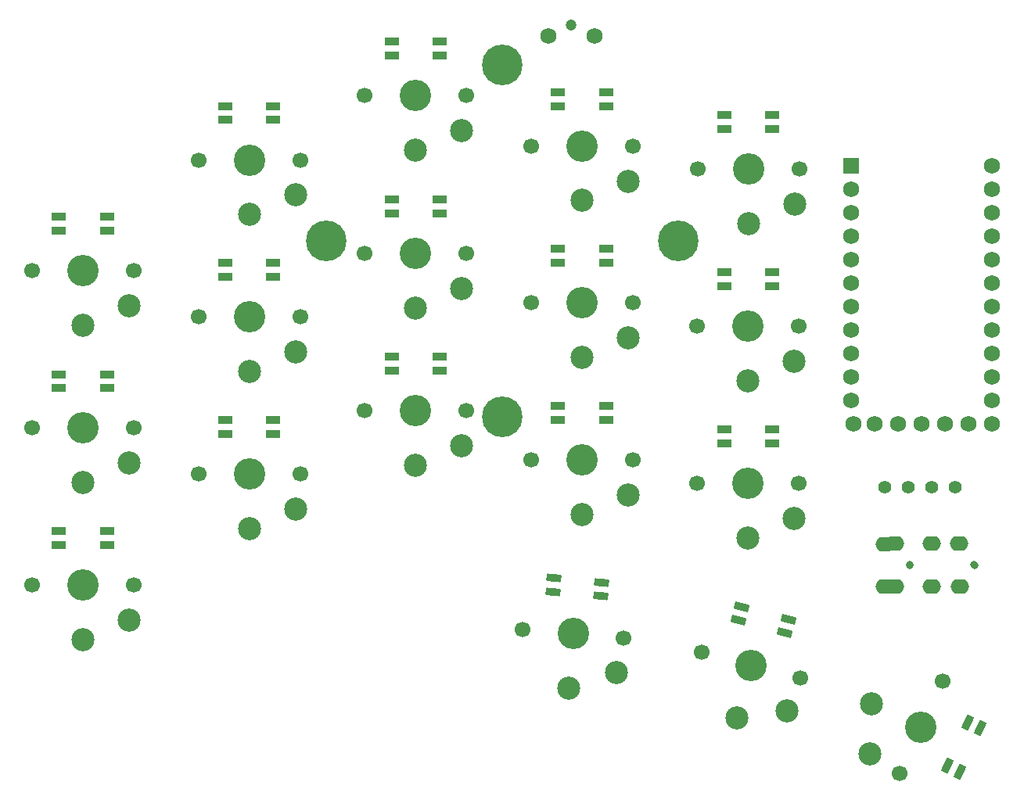
<source format=gbr>
%TF.GenerationSoftware,KiCad,Pcbnew,(6.0.0)*%
%TF.CreationDate,2022-06-16T08:24:19-07:00*%
%TF.ProjectId,half-swept,68616c66-2d73-4776-9570-742e6b696361,rev?*%
%TF.SameCoordinates,Original*%
%TF.FileFunction,Soldermask,Top*%
%TF.FilePolarity,Negative*%
%FSLAX46Y46*%
G04 Gerber Fmt 4.6, Leading zero omitted, Abs format (unit mm)*
G04 Created by KiCad (PCBNEW (6.0.0)) date 2022-06-16 08:24:19*
%MOMM*%
%LPD*%
G01*
G04 APERTURE LIST*
G04 Aperture macros list*
%AMRoundRect*
0 Rectangle with rounded corners*
0 $1 Rounding radius*
0 $2 $3 $4 $5 $6 $7 $8 $9 X,Y pos of 4 corners*
0 Add a 4 corners polygon primitive as box body*
4,1,4,$2,$3,$4,$5,$6,$7,$8,$9,$2,$3,0*
0 Add four circle primitives for the rounded corners*
1,1,$1+$1,$2,$3*
1,1,$1+$1,$4,$5*
1,1,$1+$1,$6,$7*
1,1,$1+$1,$8,$9*
0 Add four rect primitives between the rounded corners*
20,1,$1+$1,$2,$3,$4,$5,0*
20,1,$1+$1,$4,$5,$6,$7,0*
20,1,$1+$1,$6,$7,$8,$9,0*
20,1,$1+$1,$8,$9,$2,$3,0*%
G04 Aperture macros list end*
%ADD10O,2.000000X1.600000*%
%ADD11C,0.800000*%
%ADD12C,1.750000*%
%ADD13C,1.200000*%
%ADD14C,2.500000*%
%ADD15C,1.700000*%
%ADD16C,3.400000*%
%ADD17C,4.400000*%
%ADD18C,1.752600*%
%ADD19R,1.752600X1.752600*%
%ADD20RoundRect,0.082000X-0.718000X0.328000X-0.718000X-0.328000X0.718000X-0.328000X0.718000X0.328000X0*%
%ADD21RoundRect,0.082000X-0.686681X0.389330X-0.743855X-0.264174X0.686681X-0.389330X0.743855X0.264174X0*%
%ADD22C,1.397000*%
%ADD23RoundRect,0.082000X-0.608642X0.502656X-0.778427X-0.130992X0.608642X-0.502656X0.778427X0.130992X0*%
%ADD24RoundRect,0.082000X0.600709X0.512110X0.006171X0.789348X-0.600709X-0.512110X-0.006171X-0.789348X0*%
G04 APERTURE END LIST*
D10*
%TO.C,J2*%
X117231735Y-75283182D03*
X114231735Y-75283182D03*
X110231735Y-75283182D03*
X109131735Y-70683182D03*
D11*
X118831735Y-72983182D03*
X111831735Y-72983182D03*
%TD*%
D12*
%TO.C,RSW1*%
X77688733Y-15675683D03*
X72688733Y-15675683D03*
D13*
X75188733Y-14465683D03*
%TD*%
D14*
%TO.C,SW2*%
X27363734Y-44913183D03*
X22363734Y-47013183D03*
D15*
X27863734Y-41113183D03*
D16*
X22363734Y-41113183D03*
D15*
X16863734Y-41113183D03*
%TD*%
D14*
%TO.C,SW3*%
X45363734Y-32913183D03*
X40363734Y-35013183D03*
D15*
X34863734Y-29113183D03*
X45863734Y-29113183D03*
D16*
X40363734Y-29113183D03*
%TD*%
D14*
%TO.C,SW4*%
X63363733Y-25913183D03*
X58363733Y-28013183D03*
D16*
X58363733Y-22113183D03*
D15*
X52863733Y-22113183D03*
X63863733Y-22113183D03*
%TD*%
D14*
%TO.C,SW5*%
X81363734Y-31413183D03*
X76363734Y-33513183D03*
D16*
X76363734Y-27613183D03*
D15*
X81863734Y-27613183D03*
X70863734Y-27613183D03*
%TD*%
D14*
%TO.C,SW6*%
X99363733Y-33913183D03*
X94363733Y-36013183D03*
D15*
X88863733Y-30113183D03*
X99863733Y-30113183D03*
D16*
X94363733Y-30113183D03*
%TD*%
D14*
%TO.C,SW8*%
X27363734Y-61913183D03*
X22363734Y-64013183D03*
D16*
X22363734Y-58113183D03*
D15*
X27863734Y-58113183D03*
X16863734Y-58113183D03*
%TD*%
D14*
%TO.C,SW9*%
X45363734Y-49887183D03*
X40363734Y-51987183D03*
D16*
X40363734Y-46087183D03*
D15*
X34863734Y-46087183D03*
X45863734Y-46087183D03*
%TD*%
D14*
%TO.C,SW10*%
X63363734Y-43029183D03*
X58363734Y-45129183D03*
D15*
X52863734Y-39229183D03*
D16*
X58363734Y-39229183D03*
D15*
X63863734Y-39229183D03*
%TD*%
D14*
%TO.C,SW11*%
X81363734Y-48363184D03*
X76363734Y-50463184D03*
D15*
X70863734Y-44563184D03*
D16*
X76363734Y-44563184D03*
D15*
X81863734Y-44563184D03*
%TD*%
D14*
%TO.C,SW12*%
X99343732Y-50903183D03*
X94343732Y-53003183D03*
D15*
X88843732Y-47103183D03*
D16*
X94343732Y-47103183D03*
D15*
X99843732Y-47103183D03*
%TD*%
D14*
%TO.C,SW14*%
X27363734Y-78913183D03*
X22363734Y-81013183D03*
D15*
X16863734Y-75113183D03*
X27863734Y-75113183D03*
D16*
X22363734Y-75113183D03*
%TD*%
D14*
%TO.C,SW15*%
X45363734Y-66905182D03*
X40363734Y-69005182D03*
D15*
X45863734Y-63105182D03*
X34863734Y-63105182D03*
D16*
X40363734Y-63105182D03*
%TD*%
D14*
%TO.C,SW16*%
X63363732Y-60047182D03*
X58363732Y-62147182D03*
D15*
X63863732Y-56247182D03*
X52863732Y-56247182D03*
D16*
X58363732Y-56247182D03*
%TD*%
D14*
%TO.C,SW17*%
X81363734Y-65381184D03*
X76363734Y-67481184D03*
D15*
X81863734Y-61581184D03*
X70863734Y-61581184D03*
D16*
X76363734Y-61581184D03*
%TD*%
D14*
%TO.C,SW18*%
X99343734Y-67921183D03*
X94343734Y-70021183D03*
D16*
X94343734Y-64121183D03*
D15*
X88843734Y-64121183D03*
X99843734Y-64121183D03*
%TD*%
D14*
%TO.C,SW20*%
X107506674Y-93438772D03*
X107716519Y-88019734D03*
D15*
X110739335Y-95497875D03*
X115388135Y-85528489D03*
D16*
X113063735Y-90513182D03*
%TD*%
D14*
%TO.C,SW21*%
X98509850Y-88777795D03*
X93136701Y-89512144D03*
D15*
X99976325Y-85236687D03*
D16*
X94663733Y-83813182D03*
D15*
X89351141Y-82389677D03*
%TD*%
D17*
%TO.C,REF\u002A\u002A*%
X67696985Y-18827839D03*
X86746985Y-37877839D03*
X48646985Y-37877839D03*
X67696985Y-56927839D03*
%TD*%
D18*
%TO.C,U2*%
X118193733Y-57719933D03*
X115653733Y-57719933D03*
X113113733Y-57719933D03*
X110573733Y-57719933D03*
X108033733Y-57719933D03*
X120733733Y-29779933D03*
X120733733Y-32319933D03*
X120733733Y-34859933D03*
X120733733Y-37399933D03*
X120733733Y-39939933D03*
X120733733Y-42479933D03*
X120733733Y-45019933D03*
X120733733Y-47559933D03*
X120733733Y-50099933D03*
X120733733Y-52639933D03*
X120733733Y-55179933D03*
X120733733Y-57719933D03*
X105722333Y-57719933D03*
X105493733Y-55179933D03*
X105493733Y-52639933D03*
X105493733Y-50099933D03*
X105493733Y-47559933D03*
X105493733Y-45019933D03*
X105493733Y-42479933D03*
X105493733Y-39939933D03*
X105493733Y-37399933D03*
X105493733Y-34859933D03*
X105493733Y-32319933D03*
D19*
X105493733Y-29779933D03*
%TD*%
D14*
%TO.C,SW1*%
X80063515Y-84634500D03*
X74899514Y-86290730D03*
D16*
X75413733Y-80413181D03*
D15*
X80892804Y-80892538D03*
X69934662Y-79933824D03*
%TD*%
D20*
%TO.C,D34*%
X37763734Y-23283183D03*
X37763734Y-24783183D03*
X42963734Y-24783183D03*
X42963734Y-23283183D03*
%TD*%
%TO.C,D26*%
X55763732Y-50417182D03*
X55763732Y-51917182D03*
X60963732Y-51917182D03*
X60963732Y-50417182D03*
%TD*%
%TO.C,D31*%
X37763734Y-40257183D03*
X37763734Y-41757183D03*
X42963734Y-41757183D03*
X42963734Y-40257183D03*
%TD*%
%TO.C,D28*%
X37763734Y-57275182D03*
X37763734Y-58775182D03*
X42963734Y-58775182D03*
X42963734Y-57275182D03*
%TD*%
%TO.C,D32*%
X73763734Y-38733184D03*
X73763734Y-40233184D03*
X78963734Y-40233184D03*
X78963734Y-38733184D03*
%TD*%
%TO.C,D21*%
X91763733Y-24283183D03*
X91763733Y-25783183D03*
X96963733Y-25783183D03*
X96963733Y-24283183D03*
%TD*%
%TO.C,D19*%
X19763734Y-35283183D03*
X19763734Y-36783183D03*
X24963734Y-36783183D03*
X24963734Y-35283183D03*
%TD*%
%TO.C,D23*%
X55763734Y-33399183D03*
X55763734Y-34899183D03*
X60963734Y-34899183D03*
X60963734Y-33399183D03*
%TD*%
%TO.C,D22*%
X19763733Y-52333183D03*
X19763733Y-53833183D03*
X24963733Y-53833183D03*
X24963733Y-52333183D03*
%TD*%
%TO.C,D35*%
X73763734Y-21783183D03*
X73763734Y-23283183D03*
X78963734Y-23283183D03*
X78963734Y-21783183D03*
%TD*%
%TO.C,D25*%
X19763734Y-69283183D03*
X19763734Y-70783183D03*
X24963734Y-70783183D03*
X24963734Y-69283183D03*
%TD*%
%TO.C,D24*%
X91743732Y-41273183D03*
X91743732Y-42773183D03*
X96943732Y-42773183D03*
X96943732Y-41273183D03*
%TD*%
D21*
%TO.C,D30*%
X73331745Y-74378761D03*
X73201011Y-75873053D03*
X78381224Y-76326263D03*
X78511957Y-74831971D03*
%TD*%
D20*
%TO.C,D29*%
X73763734Y-55751184D03*
X73763734Y-57251184D03*
X78963734Y-57251184D03*
X78963734Y-55751184D03*
%TD*%
D10*
%TO.C,J1*%
X117213734Y-70663184D03*
X114213734Y-70663184D03*
X110213734Y-70663184D03*
X109113734Y-75263184D03*
D11*
X111813734Y-72963184D03*
X118813734Y-72963184D03*
%TD*%
D22*
%TO.C,OL2*%
X109103733Y-64513182D03*
X111643733Y-64513182D03*
X114183733Y-64513182D03*
X116723733Y-64513182D03*
%TD*%
D23*
%TO.C,D33*%
X93661241Y-77508905D03*
X93273012Y-78957794D03*
X98295827Y-80303653D03*
X98684055Y-78854764D03*
%TD*%
D20*
%TO.C,D20*%
X55763733Y-16283183D03*
X55763733Y-17783183D03*
X60963733Y-17783183D03*
X60963733Y-16283183D03*
%TD*%
D24*
%TO.C,D36*%
X119446317Y-90620646D03*
X118086855Y-89986719D03*
X115889240Y-94699519D03*
X117248702Y-95333447D03*
%TD*%
D20*
%TO.C,D27*%
X91743734Y-58291183D03*
X91743734Y-59791183D03*
X96943734Y-59791183D03*
X96943734Y-58291183D03*
%TD*%
M02*

</source>
